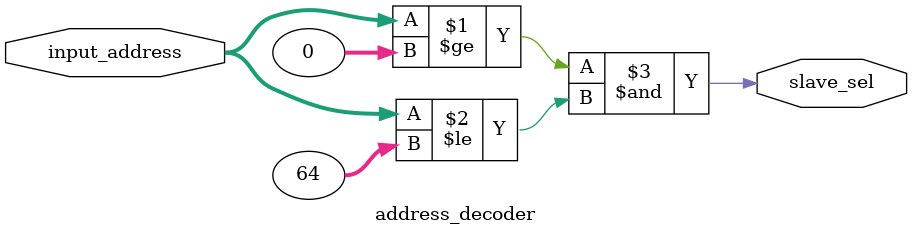
<source format=v>

module address_decoder #(
    parameter c_apb_num_slaves = 1,
    parameter [32*c_apb_num_slaves-1 : 0] memory_regions1 = 0,
    parameter [32*c_apb_num_slaves-1 : 0] memory_regions2 = 64
) (
    input  [31:0]    input_address,
    output  [c_apb_num_slaves-1:0] slave_sel

);

  genvar i;
  /*
generate
	for(i=0;i<c_apb_num_slaves;i=i+1) assign SSEL[i] = (captured_addr >= memory_regions1[i]) & ((state == Access)|(state == Setup)) & (captured_addr <= memory_regions2[i]) ;
endgenerate
*/

  generate
    begin
      for (i = 32; i <= c_apb_num_slaves * 32; i = i + 32) begin
        assign slave_sel[(i-32)/32] = (input_address >= memory_regions1[i-1:(i-32)]) & (input_address <= memory_regions2[i-1:(i-32)]) ;
      end
    end
  endgenerate


endmodule

</source>
